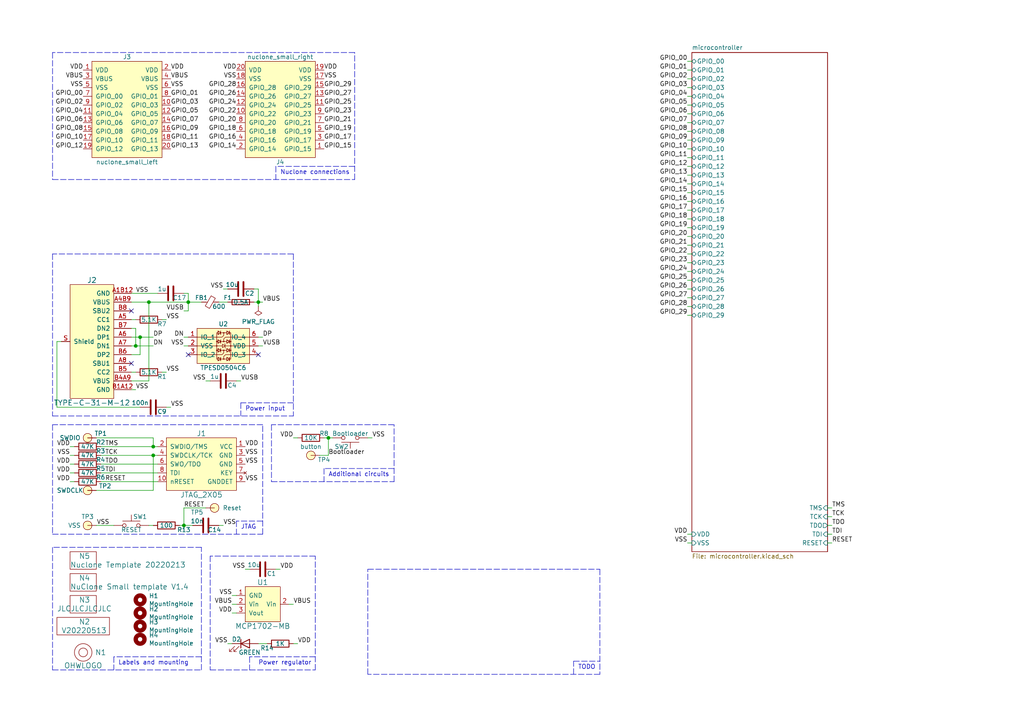
<source format=kicad_sch>
(kicad_sch (version 20211123) (generator eeschema)
  (paper "A4")
  (lib_symbols
    (symbol "Device:C" (pin_numbers hide) (pin_names (offset 0.254))
      (property "Reference" "C" (at 0.635 2.54 0))
      (property "Value" "C" (at 0.635 -2.54 0))
      (symbol "C_0_1"
        (polyline (pts (xy -2.032 -0.762) (xy 2.032 -0.762)) (stroke (width 0.508)))
        (polyline (pts (xy -2.032 0.762) (xy 2.032 0.762)) (stroke (width 0.508)))
      )
      (symbol "C_1_1"
        (pin passive line (at 0 3.81 270) (length 2.794) (name "~") (number "1"))
        (pin passive line (at 0 -3.81 90) (length 2.794) (name "~") (number "2"))
      )
    )
    (symbol "Device:FerriteBead_Small" (pin_numbers hide) (pin_names (offset 0))
      (property "Reference" "FB" (at 1.905 1.27 0))
      (property "Value" "FerriteBead_Small" (at 1.905 -1.27 0))
      (symbol "FerriteBead_Small_0_1"
        (polyline (pts (xy 0 -1.27) (xy 0 -0.7874)))
        (polyline (pts (xy 0 0.889) (xy 0 1.2954)))
        (polyline (pts (xy -1.8288 0.2794) (xy -1.1176 1.4986) (xy 1.8288 -0.2032) (xy 1.1176 -1.4224) (xy -1.8288 0.2794)))
      )
      (symbol "FerriteBead_Small_1_1"
        (pin passive line (at 0 2.54 270) (length 1.27) (name "~") (number "1"))
        (pin passive line (at 0 -2.54 90) (length 1.27) (name "~") (number "2"))
      )
    )
    (symbol "Device:Fuse" (pin_numbers hide) (pin_names (offset 0))
      (property "Reference" "F" (at 2.032 0 90))
      (property "Value" "Fuse" (at -1.905 0 90))
      (symbol "Fuse_0_1"
        (rectangle (start -0.762 -2.54) (end 0.762 2.54) (stroke (width 0.254)))
        (polyline (pts (xy 0 2.54) (xy 0 -2.54)))
      )
      (symbol "Fuse_1_1"
        (pin passive line (at 0 3.81 270) (length 1.27) (name "~") (number "1"))
        (pin passive line (at 0 -3.81 90) (length 1.27) (name "~") (number "2"))
      )
    )
    (symbol "Device:LED" (pin_numbers hide) (pin_names (offset 1.016) hide)
      (property "Reference" "D" (at 0 2.54 0))
      (property "Value" "LED" (at 0 -2.54 0))
      (symbol "LED_0_1"
        (polyline (pts (xy -1.27 -1.27) (xy -1.27 1.27)) (stroke (width 0.254)))
        (polyline (pts (xy -1.27 0) (xy 1.27 0)))
        (polyline (pts (xy 1.27 -1.27) (xy 1.27 1.27) (xy -1.27 0) (xy 1.27 -1.27)) (stroke (width 0.254)))
        (polyline (pts (xy -3.048 -0.762) (xy -4.572 -2.286) (xy -3.81 -2.286) (xy -4.572 -2.286) (xy -4.572 -1.524)))
        (polyline (pts (xy -1.778 -0.762) (xy -3.302 -2.286) (xy -2.54 -2.286) (xy -3.302 -2.286) (xy -3.302 -1.524)))
      )
      (symbol "LED_1_1"
        (pin passive line (at -3.81 0 0) (length 2.54) (name "K") (number "1"))
        (pin passive line (at 3.81 0 180) (length 2.54) (name "A") (number "2"))
      )
    )
    (symbol "Device:R" (pin_numbers hide) (pin_names (offset 0))
      (property "Reference" "R" (at 2.032 0 90))
      (property "Value" "R" (at 0 0 90))
      (symbol "R_0_1"
        (rectangle (start -1.016 -2.54) (end 1.016 2.54) (stroke (width 0.254)))
      )
      (symbol "R_1_1"
        (pin passive line (at 0 3.81 270) (length 1.27) (name "~") (number "1"))
        (pin passive line (at 0 -3.81 90) (length 1.27) (name "~") (number "2"))
      )
    )
    (symbol "Mechanical:MountingHole" (pin_names (offset 1.016))
      (property "Reference" "H" (at 0 5.08 0))
      (property "Value" "MountingHole" (at 0 3.175 0))
      (symbol "MountingHole_0_1"
        (circle (center 0 0) (radius 1.27) (stroke (width 1.27)))
      )
    )
    (symbol "SquantorConnectorsNamed:JTAG_2X05_IN" (pin_names (offset 1.016))
      (property "Reference" "J" (at 0 8.89 0))
      (property "Value" "JTAG_2X05_IN" (at 0 -8.89 0))
      (symbol "JTAG_2X05_IN_0_1"
        (rectangle (start -10.16 7.62) (end 10.16 -7.62) (fill (type background)))
      )
      (symbol "JTAG_2X05_IN_1_1"
        (pin power_in line (at 12.7 5.08 180) (length 2.54) (name "VCC") (number "1"))
        (pin open_collector line (at -12.7 -5.08 0) (length 2.54) (name "nRESET") (number "10"))
        (pin bidirectional line (at -12.7 5.08 0) (length 2.54) (name "SWDIO/TMS") (number "2"))
        (pin power_in line (at 12.7 2.54 180) (length 2.54) (name "GND") (number "3"))
        (pin output line (at -12.7 2.54 0) (length 2.54) (name "SWDCLK/TCK") (number "4"))
        (pin power_in line (at 12.7 0 180) (length 2.54) (name "GND") (number "5"))
        (pin output line (at -12.7 0 0) (length 2.54) (name "SWO/TDO") (number "6"))
        (pin no_connect line (at 12.7 -2.54 180) (length 2.54) (name "KEY") (number "7"))
        (pin input line (at -12.7 -2.54 0) (length 2.54) (name "TDI") (number "8"))
        (pin power_in line (at 12.7 -5.08 180) (length 2.54) (name "GNDDET") (number "9"))
      )
    )
    (symbol "SquantorConnectorsNamed:nuclone_small_left" (pin_names (offset 1.016))
      (property "Reference" "J" (at 0 15.24 0))
      (property "Value" "nuclone_small_left" (at 0 -15.24 0))
      (symbol "nuclone_small_left_0_1"
        (rectangle (start -10.16 13.97) (end 10.16 -13.97) (fill (type background)))
      )
      (symbol "nuclone_small_left_1_1"
        (pin power_in line (at -12.7 11.43 0) (length 2.54) (name "VDD") (number "1"))
        (pin bidirectional line (at 12.7 1.27 180) (length 2.54) (name "GPIO_03") (number "10"))
        (pin bidirectional line (at -12.7 -1.27 0) (length 2.54) (name "GPIO_04") (number "11"))
        (pin bidirectional line (at 12.7 -1.27 180) (length 2.54) (name "GPIO_05") (number "12"))
        (pin bidirectional line (at -12.7 -3.81 0) (length 2.54) (name "GPIO_06") (number "13"))
        (pin bidirectional line (at 12.7 -3.81 180) (length 2.54) (name "GPIO_07") (number "14"))
        (pin bidirectional line (at -12.7 -6.35 0) (length 2.54) (name "GPIO_08") (number "15"))
        (pin bidirectional line (at 12.7 -6.35 180) (length 2.54) (name "GPIO_09") (number "16"))
        (pin bidirectional line (at -12.7 -8.89 0) (length 2.54) (name "GPIO_10") (number "17"))
        (pin bidirectional line (at 12.7 -8.89 180) (length 2.54) (name "GPIO_11") (number "18"))
        (pin bidirectional line (at -12.7 -11.43 0) (length 2.54) (name "GPIO_12") (number "19"))
        (pin power_in line (at 12.7 11.43 180) (length 2.54) (name "VDD") (number "2"))
        (pin bidirectional line (at 12.7 -11.43 180) (length 2.54) (name "GPIO_13") (number "20"))
        (pin power_in line (at -12.7 8.89 0) (length 2.54) (name "VBUS") (number "3"))
        (pin power_in line (at 12.7 8.89 180) (length 2.54) (name "VBUS") (number "4"))
        (pin power_in line (at -12.7 6.35 0) (length 2.54) (name "VSS") (number "5"))
        (pin power_in line (at 12.7 6.35 180) (length 2.54) (name "VSS") (number "6"))
        (pin bidirectional line (at -12.7 3.81 0) (length 2.54) (name "GPIO_00") (number "7"))
        (pin bidirectional line (at 12.7 3.81 180) (length 2.54) (name "GPIO_01") (number "8"))
        (pin bidirectional line (at -12.7 1.27 0) (length 2.54) (name "GPIO_02") (number "9"))
      )
    )
    (symbol "SquantorConnectorsNamed:nuclone_small_right" (pin_names (offset 1.016))
      (property "Reference" "J" (at 0 -15.24 0))
      (property "Value" "nuclone_small_right" (at 0 15.24 0))
      (symbol "nuclone_small_right_0_1"
        (rectangle (start 10.16 -13.97) (end -10.16 13.97) (fill (type background)))
      )
      (symbol "nuclone_small_right_1_1"
        (pin bidirectional line (at 12.7 -11.43 180) (length 2.54) (name "GPIO_15") (number "1"))
        (pin bidirectional line (at -12.7 -1.27 0) (length 2.54) (name "GPIO_22") (number "10"))
        (pin bidirectional line (at 12.7 1.27 180) (length 2.54) (name "GPIO_25") (number "11"))
        (pin bidirectional line (at -12.7 1.27 0) (length 2.54) (name "GPIO_24") (number "12"))
        (pin bidirectional line (at 12.7 3.81 180) (length 2.54) (name "GPIO_27") (number "13"))
        (pin bidirectional line (at -12.7 3.81 0) (length 2.54) (name "GPIO_26") (number "14"))
        (pin bidirectional line (at 12.7 6.35 180) (length 2.54) (name "GPIO_29") (number "15"))
        (pin bidirectional line (at -12.7 6.35 0) (length 2.54) (name "GPIO_28") (number "16"))
        (pin power_in line (at 12.7 8.89 180) (length 2.54) (name "VSS") (number "17"))
        (pin power_in line (at -12.7 8.89 0) (length 2.54) (name "VSS") (number "18"))
        (pin power_in line (at 12.7 11.43 180) (length 2.54) (name "VDD") (number "19"))
        (pin bidirectional line (at -12.7 -11.43 0) (length 2.54) (name "GPIO_14") (number "2"))
        (pin power_in line (at -12.7 11.43 0) (length 2.54) (name "VDD") (number "20"))
        (pin bidirectional line (at 12.7 -8.89 180) (length 2.54) (name "GPIO_17") (number "3"))
        (pin bidirectional line (at -12.7 -8.89 0) (length 2.54) (name "GPIO_16") (number "4"))
        (pin bidirectional line (at 12.7 -6.35 180) (length 2.54) (name "GPIO_19") (number "5"))
        (pin bidirectional line (at -12.7 -6.35 0) (length 2.54) (name "GPIO_18") (number "6"))
        (pin bidirectional line (at 12.7 -3.81 180) (length 2.54) (name "GPIO_21") (number "7"))
        (pin bidirectional line (at -12.7 -3.81 0) (length 2.54) (name "GPIO_20") (number "8"))
        (pin bidirectional line (at 12.7 -1.27 180) (length 2.54) (name "GPIO_23") (number "9"))
      )
    )
    (symbol "SquantorDevice:TVS_4_Array" (pin_names (offset 1.016))
      (property "Reference" "U" (at 0 7.62 0))
      (property "Value" "TVS_4_Array" (at 0 -5.08 0))
      (symbol "TVS_4_Array_0_1"
        (rectangle (start -7.62 6.35) (end 7.62 -3.81) (fill (type background)))
        (circle (center -1.905 0) (radius 0.127))
        (circle (center -1.905 1.27) (radius 0.127))
        (circle (center -1.905 2.54) (radius 0.127))
        (polyline (pts (xy -7.62 1.27) (xy -0.254 1.27)))
        (polyline (pts (xy -1.905 5.08) (xy -1.905 -2.54)))
        (polyline (pts (xy -1.524 -2.54) (xy -1.905 -2.54)))
        (polyline (pts (xy -1.524 0) (xy -1.905 0)))
        (polyline (pts (xy -1.524 2.54) (xy -1.905 2.54)))
        (polyline (pts (xy -1.524 5.08) (xy -1.905 5.08)))
        (polyline (pts (xy -0.762 -2.54) (xy 1.016 -2.54)))
        (polyline (pts (xy -0.762 -2.032) (xy -0.762 -3.048)))
        (polyline (pts (xy -0.762 -2.032) (xy -0.762 -3.048)))
        (polyline (pts (xy -0.762 0) (xy 1.016 0)))
        (polyline (pts (xy -0.762 0.508) (xy -0.762 -0.508)))
        (polyline (pts (xy -0.762 0.508) (xy -0.762 -0.508)))
        (polyline (pts (xy -0.762 2.54) (xy 1.016 2.54)))
        (polyline (pts (xy -0.762 3.048) (xy -0.762 2.032)))
        (polyline (pts (xy -0.762 3.048) (xy -0.762 2.032)))
        (polyline (pts (xy -0.762 5.08) (xy 1.016 5.08)))
        (polyline (pts (xy -0.762 5.588) (xy -0.762 4.572)))
        (polyline (pts (xy -0.762 5.588) (xy -0.762 4.572)))
        (polyline (pts (xy 0.508 1.27) (xy 7.62 1.27)))
        (polyline (pts (xy 1.778 -2.54) (xy 2.159 -2.54)))
        (polyline (pts (xy 1.778 -2.032) (xy 1.778 -3.048)))
        (polyline (pts (xy 1.778 -2.032) (xy 1.778 -3.048)))
        (polyline (pts (xy 1.778 0) (xy 2.159 0)))
        (polyline (pts (xy 1.778 0.508) (xy 1.778 -0.508)))
        (polyline (pts (xy 1.778 0.508) (xy 1.778 -0.508)))
        (polyline (pts (xy 1.778 2.54) (xy 2.159 2.54)))
        (polyline (pts (xy 1.778 3.048) (xy 1.778 2.032)))
        (polyline (pts (xy 1.778 3.048) (xy 1.778 2.032)))
        (polyline (pts (xy 1.778 5.08) (xy 2.159 5.08)))
        (polyline (pts (xy 1.778 5.588) (xy 1.778 4.572)))
        (polyline (pts (xy 1.778 5.588) (xy 1.778 4.572)))
        (polyline (pts (xy 2.159 5.08) (xy 2.159 -2.54)))
        (polyline (pts (xy 0.508 1.27) (xy 0.508 0.762) (xy 0.635 0.635)))
        (polyline (pts (xy 0.508 1.27) (xy 0.508 1.778) (xy 0.381 1.905)))
        (polyline (pts (xy -7.62 -1.27) (xy -0.381 -1.27) (xy 0.127 -0.762) (xy 0.127 0)))
        (polyline (pts (xy -7.62 3.81) (xy -0.381 3.81) (xy 0.127 4.318) (xy 0.127 5.08)))
        (polyline (pts (xy 0.508 1.27) (xy -0.254 1.778) (xy -0.254 0.762) (xy 0.508 1.27)))
        (polyline (pts (xy 7.62 -1.27) (xy 0.635 -1.27) (xy 0.127 -1.778) (xy 0.127 -2.413)))
        (polyline (pts (xy 7.62 3.81) (xy 0.635 3.81) (xy 0.127 3.302) (xy 0.127 2.667)))
        (circle (center 0.127 -2.54) (radius 0.127))
        (circle (center 0.127 0) (radius 0.127))
        (circle (center 0.127 2.54) (radius 0.127))
        (circle (center 0.127 5.08) (radius 0.127))
        (circle (center 2.159 0) (radius 0.127))
        (circle (center 2.159 1.27) (radius 0.127))
        (circle (center 2.159 2.54) (radius 0.127))
      )
      (symbol "TVS_4_Array_1_1"
        (polyline (pts (xy -0.762 -2.54) (xy -1.524 -2.032) (xy -1.524 -3.048) (xy -0.762 -2.54)))
        (polyline (pts (xy -0.762 -2.54) (xy -1.524 -2.032) (xy -1.524 -3.048) (xy -0.762 -2.54)))
        (polyline (pts (xy -0.762 0) (xy -1.524 0.508) (xy -1.524 -0.508) (xy -0.762 0)))
        (polyline (pts (xy -0.762 0) (xy -1.524 0.508) (xy -1.524 -0.508) (xy -0.762 0)))
        (polyline (pts (xy -0.762 2.54) (xy -1.524 3.048) (xy -1.524 2.032) (xy -0.762 2.54)))
        (polyline (pts (xy -0.762 2.54) (xy -1.524 3.048) (xy -1.524 2.032) (xy -0.762 2.54)))
        (polyline (pts (xy -0.762 5.08) (xy -1.524 5.588) (xy -1.524 4.572) (xy -0.762 5.08)))
        (polyline (pts (xy -0.762 5.08) (xy -1.524 5.588) (xy -1.524 4.572) (xy -0.762 5.08)))
        (polyline (pts (xy 1.778 -2.54) (xy 1.016 -2.032) (xy 1.016 -3.048) (xy 1.778 -2.54)))
        (polyline (pts (xy 1.778 -2.54) (xy 1.016 -2.032) (xy 1.016 -3.048) (xy 1.778 -2.54)))
        (polyline (pts (xy 1.778 0) (xy 1.016 0.508) (xy 1.016 -0.508) (xy 1.778 0)))
        (polyline (pts (xy 1.778 0) (xy 1.016 0.508) (xy 1.016 -0.508) (xy 1.778 0)))
        (polyline (pts (xy 1.778 2.54) (xy 1.016 3.048) (xy 1.016 2.032) (xy 1.778 2.54)))
        (polyline (pts (xy 1.778 2.54) (xy 1.016 3.048) (xy 1.016 2.032) (xy 1.778 2.54)))
        (polyline (pts (xy 1.778 5.08) (xy 1.016 5.588) (xy 1.016 4.572) (xy 1.778 5.08)))
        (polyline (pts (xy 1.778 5.08) (xy 1.016 5.588) (xy 1.016 4.572) (xy 1.778 5.08)))
        (pin passive line (at -10.16 3.81 0) (length 2.54) (name "IO_1") (number "1"))
        (pin power_in line (at -10.16 1.27 0) (length 2.54) (name "VSS") (number "2"))
        (pin passive line (at -10.16 -1.27 0) (length 2.54) (name "IO_2") (number "3"))
        (pin passive line (at 10.16 -1.27 180) (length 2.54) (name "IO_3") (number "4"))
        (pin power_in line (at 10.16 1.27 180) (length 2.54) (name "VDD") (number "5"))
        (pin passive line (at 10.16 3.81 180) (length 2.54) (name "IO_4") (number "6"))
      )
    )
    (symbol "SquantorLabels:Label" (pin_names (offset 1.016))
      (property "Reference" "N" (at 0 1.27 0))
      (property "Value" "Label" (at 0 -1.27 0))
      (symbol "Label_0_1"
        (rectangle (start -3.81 2.54) (end 3.81 -2.54))
      )
    )
    (symbol "SquantorLabels:OHWLOGO" (pin_names (offset 1.016))
      (property "Reference" "N" (at 0 3.81 0))
      (property "Value" "OHWLOGO" (at 0 -3.81 0))
      (symbol "OHWLOGO_0_1"
        (circle (center 0 0) (radius 1.27))
        (circle (center 0 0) (radius 2.54))
      )
    )
    (symbol "SquantorLabels:VYYYYMMDD" (pin_names (offset 1.016))
      (property "Reference" "N" (at 0 2.54 0))
      (property "Value" "VYYYYMMDD" (at 0 0 0))
      (symbol "VYYYYMMDD_0_1"
        (rectangle (start 7.62 -1.27) (end -7.62 3.81))
      )
    )
    (symbol "SquantorMicrochip:MCP1702-MB" (pin_names (offset 1.016))
      (property "Reference" "U" (at 0 6.35 0))
      (property "Value" "MCP1702-MB" (at 0 -6.35 0))
      (symbol "MCP1702-MB_0_1"
        (rectangle (start -5.08 5.08) (end 5.08 -5.08) (fill (type background)))
      )
      (symbol "MCP1702-MB_1_1"
        (pin power_in line (at -7.62 2.54 0) (length 2.54) (name "GND") (number "1"))
        (pin power_in line (at -7.62 0 0) (length 2.54) (name "Vin") (number "2"))
        (pin power_in line (at 7.62 0 180) (length 2.54) (name "Vin") (number "2"))
        (pin power_out line (at -7.62 -2.54 0) (length 2.54) (name "Vout") (number "3"))
      )
    )
    (symbol "SquantorProto:testpad" (pin_numbers hide) (pin_names (offset 1.016) hide)
      (property "Reference" "TP" (at 0 2.54 0))
      (property "Value" "testpad" (at 0 -2.54 0))
      (symbol "testpad_0_1"
        (circle (center 0 0) (radius 1.27) (fill (type background)))
      )
      (symbol "testpad_1_1"
        (pin passive line (at -2.54 0 0) (length 2.54) (name "1") (number "1"))
      )
    )
    (symbol "SquantorUsb:USB-C_PD_USB" (pin_names (offset 1.016))
      (property "Reference" "J" (at 0 17.78 0))
      (property "Value" "USB-C_PD_USB" (at 0 -17.78 0))
      (symbol "USB-C_PD_USB_0_1"
        (rectangle (start 6.35 16.51) (end -6.35 -16.51) (fill (type background)))
      )
      (symbol "USB-C_PD_USB_1_1"
        (pin power_out line (at 11.43 13.97 180) (length 5.08) (name "GND") (number "A1B12"))
        (pin power_out line (at 11.43 11.43 180) (length 5.08) (name "VBUS") (number "A4B9"))
        (pin bidirectional line (at 11.43 6.35 180) (length 5.08) (name "CC1") (number "A5"))
        (pin bidirectional line (at 11.43 1.27 180) (length 5.08) (name "DP1") (number "A6"))
        (pin bidirectional line (at 11.43 -1.27 180) (length 5.08) (name "DN1") (number "A7"))
        (pin bidirectional line (at 11.43 -6.35 180) (length 5.08) (name "SBU1") (number "A8"))
        (pin passive line (at 11.43 -13.97 180) (length 5.08) (name "GND") (number "B1A12"))
        (pin passive line (at 11.43 -11.43 180) (length 5.08) (name "VBUS") (number "B4A9"))
        (pin bidirectional line (at 11.43 -8.89 180) (length 5.08) (name "CC2") (number "B5"))
        (pin bidirectional line (at 11.43 -3.81 180) (length 5.08) (name "DP2") (number "B6"))
        (pin bidirectional line (at 11.43 3.81 180) (length 5.08) (name "DN2") (number "B7"))
        (pin bidirectional line (at 11.43 8.89 180) (length 5.08) (name "SBU2") (number "B8"))
        (pin passive line (at -8.89 0 0) (length 2.54) (name "Shield") (number "S"))
      )
    )
    (symbol "Switch:SW_Push" (pin_numbers hide) (pin_names (offset 1.016) hide)
      (property "Reference" "SW" (at 1.27 2.54 0))
      (property "Value" "SW_Push" (at 0 -1.524 0))
      (symbol "SW_Push_0_1"
        (circle (center -2.032 0) (radius 0.508))
        (polyline (pts (xy 0 1.27) (xy 0 3.048)))
        (polyline (pts (xy 2.54 1.27) (xy -2.54 1.27)))
        (circle (center 2.032 0) (radius 0.508))
        (pin passive line (at -5.08 0 0) (length 2.54) (name "1") (number "1"))
        (pin passive line (at 5.08 0 180) (length 2.54) (name "2") (number "2"))
      )
    )
    (symbol "power:PWR_FLAG" (power) (pin_numbers hide) (pin_names (offset 0) hide)
      (property "Value" "PWR_FLAG" (at 0 3.81 0))
      (symbol "PWR_FLAG_0_0"
        (pin power_out line (at 0 0 90) (length 0) (name "pwr") (number "1"))
      )
      (symbol "PWR_FLAG_0_1"
        (polyline (pts (xy 0 0) (xy 0 1.27) (xy -1.016 1.905) (xy 0 2.54) (xy 1.016 1.905) (xy 0 1.27)))
      )
    )
  )
  (junction (at 95.25 127))
  (junction (at 44.45 132.08))
  (junction (at 39.37 100.33))
  (junction (at 54.61 87.63))
  (junction (at 44.45 129.54))
  (junction (at 43.18 87.63))
  (junction (at 74.93 87.63))
  (junction (at 53.34 152.4))
  (junction (at 40.64 97.79))
  (no_connect (at 38.1 105.41))
  (no_connect (at 38.1 90.17))
  (no_connect (at 74.93 102.87))
  (no_connect (at 54.61 102.87))
  (polyline (pts (xy 76.2 123.19) (xy 15.24 123.19)))
  (wire (pts (xy 200.66 35.56) (xy 199.39 35.56)))
  (polyline (pts (xy 76.2 154.94) (xy 76.2 123.19)))
  (wire (pts (xy 199.39 78.74) (xy 200.66 78.74)))
  (polyline (pts (xy 114.3 139.7) (xy 114.3 123.19)))
  (wire (pts (xy 54.61 87.63) (xy 58.42 87.63)))
  (wire (pts (xy 20.32 134.62) (xy 21.59 134.62)))
  (wire (pts (xy 16.51 118.11) (xy 40.64 118.11)))
  (polyline (pts (xy 91.44 190.5) (xy 72.39 190.5)))
  (wire (pts (xy 53.34 90.17) (xy 54.61 90.17)))
  (wire (pts (xy 38.1 87.63) (xy 43.18 87.63)))
  (wire (pts (xy 40.64 97.79) (xy 40.64 102.87)))
  (wire (pts (xy 77.47 186.69) (xy 74.93 186.69)))
  (polyline (pts (xy 15.24 120.65) (xy 85.09 120.65)))
  (wire (pts (xy 17.78 99.06) (xy 16.51 99.06)))
  (wire (pts (xy 64.77 83.82) (xy 66.04 83.82)))
  (wire (pts (xy 29.21 139.7) (xy 45.72 139.7)))
  (wire (pts (xy 29.21 132.08) (xy 44.45 132.08)))
  (wire (pts (xy 16.51 99.06) (xy 16.51 118.11)))
  (wire (pts (xy 39.37 95.25) (xy 39.37 100.33)))
  (wire (pts (xy 52.07 152.4) (xy 53.34 152.4)))
  (wire (pts (xy 74.93 83.82) (xy 74.93 87.63)))
  (wire (pts (xy 200.66 91.44) (xy 199.39 91.44)))
  (wire (pts (xy 46.99 107.95) (xy 48.26 107.95)))
  (polyline (pts (xy 85.09 116.84) (xy 69.85 116.84)))
  (wire (pts (xy 199.39 38.1) (xy 200.66 38.1)))
  (wire (pts (xy 29.21 134.62) (xy 45.72 134.62)))
  (polyline (pts (xy 78.74 139.7) (xy 114.3 139.7)))
  (wire (pts (xy 200.66 71.12) (xy 199.39 71.12)))
  (wire (pts (xy 200.66 45.72) (xy 199.39 45.72)))
  (wire (pts (xy 64.77 152.4) (xy 63.5 152.4)))
  (polyline (pts (xy 72.39 190.5) (xy 72.39 194.31)))
  (polyline (pts (xy 15.24 194.31) (xy 58.42 194.31)))
  (wire (pts (xy 29.21 129.54) (xy 44.45 129.54)))
  (wire (pts (xy 200.66 50.8) (xy 199.39 50.8)))
  (polyline (pts (xy 58.42 194.31) (xy 58.42 158.75)))
  (polyline (pts (xy 15.24 73.66) (xy 15.24 120.65)))
  (wire (pts (xy 48.26 92.71) (xy 46.99 92.71)))
  (wire (pts (xy 200.66 157.48) (xy 199.39 157.48)))
  (wire (pts (xy 67.31 177.8) (xy 68.58 177.8)))
  (polyline (pts (xy 106.68 195.58) (xy 106.68 165.1)))
  (polyline (pts (xy 173.99 165.1) (xy 173.99 195.58)))
  (wire (pts (xy 200.66 60.96) (xy 199.39 60.96)))
  (wire (pts (xy 27.94 152.4) (xy 33.02 152.4)))
  (wire (pts (xy 44.45 127) (xy 44.45 129.54)))
  (wire (pts (xy 200.66 86.36) (xy 199.39 86.36)))
  (polyline (pts (xy 58.42 158.75) (xy 15.24 158.75)))
  (polyline (pts (xy 91.44 161.29) (xy 60.96 161.29)))
  (wire (pts (xy 44.45 142.24) (xy 44.45 132.08)))
  (wire (pts (xy 53.34 147.32) (xy 53.34 152.4)))
  (wire (pts (xy 74.93 87.63) (xy 73.66 87.63)))
  (wire (pts (xy 241.3 154.94) (xy 240.03 154.94)))
  (wire (pts (xy 74.93 88.9) (xy 74.93 87.63)))
  (wire (pts (xy 199.39 27.94) (xy 200.66 27.94)))
  (wire (pts (xy 73.66 83.82) (xy 74.93 83.82)))
  (wire (pts (xy 200.66 81.28) (xy 199.39 81.28)))
  (wire (pts (xy 241.3 149.86) (xy 240.03 149.86)))
  (wire (pts (xy 38.1 85.09) (xy 45.72 85.09)))
  (wire (pts (xy 199.39 53.34) (xy 200.66 53.34)))
  (wire (pts (xy 54.61 85.09) (xy 54.61 87.63)))
  (wire (pts (xy 63.5 87.63) (xy 66.04 87.63)))
  (wire (pts (xy 38.1 97.79) (xy 40.64 97.79)))
  (wire (pts (xy 67.31 172.72) (xy 68.58 172.72)))
  (polyline (pts (xy 114.3 135.89) (xy 93.98 135.89)))
  (wire (pts (xy 74.93 100.33) (xy 76.2 100.33)))
  (wire (pts (xy 199.39 83.82) (xy 200.66 83.82)))
  (wire (pts (xy 43.18 87.63) (xy 54.61 87.63)))
  (polyline (pts (xy 15.24 154.94) (xy 76.2 154.94)))
  (wire (pts (xy 20.32 139.7) (xy 21.59 139.7)))
  (wire (pts (xy 199.39 88.9) (xy 200.66 88.9)))
  (wire (pts (xy 199.39 154.94) (xy 200.66 154.94)))
  (polyline (pts (xy 80.01 48.26) (xy 80.01 52.07)))
  (wire (pts (xy 93.98 127) (xy 95.25 127)))
  (polyline (pts (xy 166.37 195.58) (xy 166.37 191.77)))
  (wire (pts (xy 43.18 152.4) (xy 44.45 152.4)))
  (wire (pts (xy 200.66 76.2) (xy 199.39 76.2)))
  (wire (pts (xy 20.32 129.54) (xy 21.59 129.54)))
  (wire (pts (xy 55.88 152.4) (xy 53.34 152.4)))
  (wire (pts (xy 199.39 58.42) (xy 200.66 58.42)))
  (wire (pts (xy 200.66 20.32) (xy 199.39 20.32)))
  (wire (pts (xy 240.03 147.32) (xy 241.3 147.32)))
  (wire (pts (xy 44.45 129.54) (xy 45.72 129.54)))
  (wire (pts (xy 69.85 110.49) (xy 68.58 110.49)))
  (wire (pts (xy 199.39 43.18) (xy 200.66 43.18)))
  (wire (pts (xy 200.66 66.04) (xy 199.39 66.04)))
  (wire (pts (xy 95.25 132.08) (xy 95.25 127)))
  (wire (pts (xy 199.39 48.26) (xy 200.66 48.26)))
  (polyline (pts (xy 85.09 73.66) (xy 85.09 120.65)))
  (wire (pts (xy 200.66 40.64) (xy 199.39 40.64)))
  (wire (pts (xy 199.39 63.5) (xy 200.66 63.5)))
  (wire (pts (xy 200.66 25.4) (xy 199.39 25.4)))
  (wire (pts (xy 44.45 100.33) (xy 39.37 100.33)))
  (polyline (pts (xy 173.99 195.58) (xy 106.68 195.58)))
  (polyline (pts (xy 76.2 151.13) (xy 68.58 151.13)))
  (polyline (pts (xy 60.96 161.29) (xy 60.96 194.31)))
  (polyline (pts (xy 15.24 52.07) (xy 102.87 52.07)))
  (wire (pts (xy 199.39 22.86) (xy 200.66 22.86)))
  (wire (pts (xy 53.34 100.33) (xy 54.61 100.33)))
  (polyline (pts (xy 78.74 123.19) (xy 78.74 139.7)))
  (wire (pts (xy 43.18 110.49) (xy 43.18 87.63)))
  (wire (pts (xy 80.01 165.1) (xy 81.28 165.1)))
  (wire (pts (xy 39.37 100.33) (xy 38.1 100.33)))
  (polyline (pts (xy 15.24 15.24) (xy 15.24 52.07)))
  (polyline (pts (xy 166.37 191.77) (xy 173.99 191.77)))
  (wire (pts (xy 199.39 33.02) (xy 200.66 33.02)))
  (wire (pts (xy 199.39 17.78) (xy 200.66 17.78)))
  (wire (pts (xy 38.1 110.49) (xy 43.18 110.49)))
  (wire (pts (xy 199.39 73.66) (xy 200.66 73.66)))
  (polyline (pts (xy 58.42 190.5) (xy 33.02 190.5)))
  (wire (pts (xy 38.1 92.71) (xy 39.37 92.71)))
  (wire (pts (xy 240.03 152.4) (xy 241.3 152.4)))
  (polyline (pts (xy 114.3 123.19) (xy 78.74 123.19)))
  (wire (pts (xy 67.31 186.69) (xy 66.04 186.69)))
  (polyline (pts (xy 69.85 116.84) (xy 69.85 120.65)))
  (wire (pts (xy 27.94 127) (xy 44.45 127)))
  (wire (pts (xy 27.94 142.24) (xy 44.45 142.24)))
  (wire (pts (xy 40.64 102.87) (xy 38.1 102.87)))
  (polyline (pts (xy 15.24 123.19) (xy 15.24 154.94)))
  (polyline (pts (xy 85.09 73.66) (xy 15.24 73.66)))
  (wire (pts (xy 68.58 175.26) (xy 67.31 175.26)))
  (wire (pts (xy 60.96 110.49) (xy 59.69 110.49)))
  (wire (pts (xy 200.66 30.48) (xy 199.39 30.48)))
  (polyline (pts (xy 33.02 190.5) (xy 33.02 194.31)))
  (polyline (pts (xy 93.98 135.89) (xy 93.98 139.7)))
  (polyline (pts (xy 102.87 48.26) (xy 80.01 48.26)))
  (wire (pts (xy 21.59 132.08) (xy 20.32 132.08)))
  (wire (pts (xy 85.09 127) (xy 86.36 127)))
  (polyline (pts (xy 102.87 52.07) (xy 102.87 15.24)))
  (wire (pts (xy 92.71 132.08) (xy 95.25 132.08)))
  (wire (pts (xy 200.66 55.88) (xy 199.39 55.88)))
  (wire (pts (xy 85.09 175.26) (xy 83.82 175.26)))
  (wire (pts (xy 53.34 85.09) (xy 54.61 85.09)))
  (wire (pts (xy 29.21 137.16) (xy 45.72 137.16)))
  (wire (pts (xy 71.12 165.1) (xy 72.39 165.1)))
  (polyline (pts (xy 60.96 194.31) (xy 91.44 194.31)))
  (wire (pts (xy 76.2 87.63) (xy 74.93 87.63)))
  (wire (pts (xy 39.37 107.95) (xy 38.1 107.95)))
  (wire (pts (xy 76.2 97.79) (xy 74.93 97.79)))
  (wire (pts (xy 59.69 147.32) (xy 53.34 147.32)))
  (wire (pts (xy 54.61 90.17) (xy 54.61 87.63)))
  (polyline (pts (xy 15.24 158.75) (xy 15.24 194.31)))
  (wire (pts (xy 199.39 68.58) (xy 200.66 68.58)))
  (wire (pts (xy 44.45 132.08) (xy 45.72 132.08)))
  (wire (pts (xy 107.95 127) (xy 106.68 127)))
  (wire (pts (xy 49.53 118.11) (xy 48.26 118.11)))
  (polyline (pts (xy 68.58 151.13) (xy 68.58 154.94)))
  (wire (pts (xy 95.25 127) (xy 96.52 127)))
  (wire (pts (xy 86.36 186.69) (xy 85.09 186.69)))
  (wire (pts (xy 39.37 113.03) (xy 38.1 113.03)))
  (polyline (pts (xy 91.44 194.31) (xy 91.44 161.29)))
  (wire (pts (xy 21.59 137.16) (xy 20.32 137.16)))
  (wire (pts (xy 44.45 97.79) (xy 40.64 97.79)))
  (wire (pts (xy 38.1 95.25) (xy 39.37 95.25)))
  (wire (pts (xy 240.03 157.48) (xy 241.3 157.48)))
  (polyline (pts (xy 106.68 165.1) (xy 173.99 165.1)))
  (polyline (pts (xy 102.87 15.24) (xy 15.24 15.24)))
  (wire (pts (xy 54.61 97.79) (xy 53.34 97.79)))
  (text "JTAG" (at 69.85 153.67 0) (effects (font (size 1.27 1.27)) (justify left bottom)))
  (text "Power regulator" (at 74.93 193.04 0) (effects (font (size 1.27 1.27)) (justify left bottom)))
  (text "TODO" (at 167.64 194.31 0) (effects (font (size 1.27 1.27)) (justify left bottom)))
  (text "Additional circuits" (at 95.25 138.43 0) (effects (font (size 1.27 1.27)) (justify left bottom)))
  (text "Nuclone connections" (at 81.28 50.8 0) (effects (font (size 1.27 1.27)) (justify left bottom)))
  (text "Labels and mounting" (at 34.29 193.04 0) (effects (font (size 1.27 1.27)) (justify left bottom)))
  (text "Power input" (at 71.12 119.38 0) (effects (font (size 1.27 1.27)) (justify left bottom)))
  (label "GPIO_15" (at 199.39 55.88 180))
  (label "VDD" (at 24.13 20.32 180))
  (label "VDD" (at 68.58 20.32 180))
  (label "GPIO_26" (at 199.39 83.82 180))
  (label "VUSB" (at 53.34 90.17 180))
  (label "VBUS" (at 85.09 175.26 0))
  (label "TDI" (at 30.48 137.16 0))
  (label "VUSB" (at 76.2 100.33 0))
  (label "GPIO_08" (at 24.13 38.1 180))
  (label "GPIO_21" (at 199.39 71.12 180))
  (label "TMS" (at 30.48 129.54 0))
  (label "GPIO_19" (at 93.98 38.1 0))
  (label "GPIO_11" (at 49.53 40.64 0))
  (label "RESET" (at 53.34 147.32 0))
  (label "GPIO_27" (at 93.98 27.94 0))
  (label "VDD" (at 71.12 129.54 0))
  (label "GPIO_07" (at 199.39 35.56 180))
  (label "GPIO_17" (at 199.39 60.96 180))
  (label "VBUS" (at 67.31 175.26 180))
  (label "VSS" (at 64.77 152.4 0))
  (label "VSS" (at 31.75 152.4 180))
  (label "VSS" (at 59.69 110.49 180))
  (label "DN" (at 53.34 97.79 180))
  (label "TDO" (at 30.48 134.62 0))
  (label "GPIO_27" (at 199.39 86.36 180))
  (label "GPIO_00" (at 199.39 17.78 180))
  (label "GPIO_22" (at 68.58 33.02 180))
  (label "GPIO_17" (at 93.98 40.64 0))
  (label "DP" (at 44.45 97.79 0))
  (label "GPIO_05" (at 199.39 30.48 180))
  (label "VSS" (at 107.95 127 0))
  (label "GPIO_02" (at 199.39 22.86 180))
  (label "VSS" (at 71.12 134.62 0))
  (label "GPIO_03" (at 49.53 30.48 0))
  (label "GPIO_01" (at 49.53 27.94 0))
  (label "VSS" (at 39.37 113.03 0))
  (label "GPIO_24" (at 199.39 78.74 180))
  (label "GPIO_16" (at 199.39 58.42 180))
  (label "GPIO_14" (at 199.39 53.34 180))
  (label "VDD" (at 20.32 137.16 180))
  (label "TDI" (at 241.3 154.94 0))
  (label "GPIO_14" (at 68.58 43.18 180))
  (label "GPIO_18" (at 68.58 38.1 180))
  (label "GPIO_10" (at 199.39 43.18 180))
  (label "GPIO_20" (at 68.58 35.56 180))
  (label "GPIO_22" (at 199.39 73.66 180))
  (label "VSS" (at 48.26 107.95 0))
  (label "VSS" (at 48.26 92.71 0))
  (label "VDD" (at 20.32 129.54 180))
  (label "GPIO_16" (at 68.58 40.64 180))
  (label "GPIO_07" (at 49.53 35.56 0))
  (label "VUSB" (at 69.85 110.49 0))
  (label "GPIO_13" (at 49.53 43.18 0))
  (label "VBUS" (at 24.13 22.86 180))
  (label "GPIO_29" (at 199.39 91.44 180))
  (label "VSS" (at 39.37 85.09 0))
  (label "GPIO_19" (at 199.39 66.04 180))
  (label "VSS" (at 93.98 22.86 0))
  (label "RESET" (at 30.48 139.7 0))
  (label "GPIO_20" (at 199.39 68.58 180))
  (label "GPIO_29" (at 93.98 25.4 0))
  (label "VDD" (at 81.28 165.1 0))
  (label "VSS" (at 199.39 157.48 180))
  (label "VSS" (at 66.04 186.69 180))
  (label "GPIO_02" (at 24.13 30.48 180))
  (label "GPIO_26" (at 68.58 27.94 180))
  (label "TCK" (at 241.3 149.86 0))
  (label "VSS" (at 71.12 132.08 0))
  (label "GPIO_09" (at 49.53 38.1 0))
  (label "GPIO_06" (at 199.39 33.02 180))
  (label "VSS" (at 68.58 22.86 180))
  (label "GPIO_12" (at 24.13 43.18 180))
  (label "GPIO_12" (at 199.39 48.26 180))
  (label "GPIO_08" (at 199.39 38.1 180))
  (label "Bootloader" (at 95.25 132.08 0))
  (label "VBUS" (at 49.53 22.86 0))
  (label "VBUS" (at 76.2 87.63 0))
  (label "GPIO_25" (at 199.39 81.28 180))
  (label "VDD" (at 86.36 186.69 0))
  (label "GPIO_09" (at 199.39 40.64 180))
  (label "VSS" (at 53.34 100.33 180))
  (label "VSS" (at 64.77 83.82 180))
  (label "VSS" (at 49.53 118.11 0))
  (label "VDD" (at 85.09 127 180))
  (label "GPIO_01" (at 199.39 20.32 180))
  (label "DN" (at 44.45 100.33 0))
  (label "GPIO_00" (at 24.13 27.94 180))
  (label "TCK" (at 30.48 132.08 0))
  (label "GPIO_28" (at 68.58 25.4 180))
  (label "VSS" (at 71.12 139.7 0))
  (label "TDO" (at 241.3 152.4 0))
  (label "VSS" (at 71.12 165.1 180))
  (label "GPIO_18" (at 199.39 63.5 180))
  (label "GPIO_11" (at 199.39 45.72 180))
  (label "VDD" (at 20.32 134.62 180))
  (label "GPIO_28" (at 199.39 88.9 180))
  (label "GPIO_13" (at 199.39 50.8 180))
  (label "VDD" (at 67.31 177.8 180))
  (label "GPIO_23" (at 199.39 76.2 180))
  (label "GPIO_25" (at 93.98 30.48 0))
  (label "GPIO_15" (at 93.98 43.18 0))
  (label "GPIO_23" (at 93.98 33.02 0))
  (label "DP" (at 76.2 97.79 0))
  (label "GPIO_21" (at 93.98 35.56 0))
  (label "VSS" (at 49.53 25.4 0))
  (label "GPIO_06" (at 24.13 35.56 180))
  (label "RESET" (at 241.3 157.48 0))
  (label "TMS" (at 241.3 147.32 0))
  (label "VDD" (at 20.32 139.7 180))
  (label "VSS" (at 67.31 172.72 180))
  (label "VDD" (at 199.39 154.94 180))
  (label "VDD" (at 49.53 20.32 0))
  (label "GPIO_04" (at 24.13 33.02 180))
  (label "VSS" (at 24.13 25.4 180))
  (label "VDD" (at 93.98 20.32 0))
  (label "GPIO_24" (at 68.58 30.48 180))
  (label "GPIO_04" (at 199.39 27.94 180))
  (label "GPIO_03" (at 199.39 25.4 180))
  (label "VSS" (at 20.32 132.08 180))
  (label "GPIO_10" (at 24.13 40.64 180))
  (label "GPIO_05" (at 49.53 33.02 0))
  (symbol (lib_id "SquantorLabels:OHWLOGO") (at 24.13 189.23 0) (unit 1)
    (property "Reference" "N1" (at 29.21 189.23 0) (effects (font (size 1.524 1.524))))
    (property "Value" "OHWLOGO" (at 24.13 193.04 0) (effects (font (size 1.524 1.524))))
    (property "Footprint" "Symbols:OSHW-Symbol_6.7x6mm_SilkScreen" (effects hide))
  )
  (symbol (lib_id "SquantorConnectorsNamed:JTAG_2X05_IN") (at 58.42 134.62 0) (unit 1)
    (property "Reference" "J1" (at 58.42 125.73 0) (effects (font (size 1.524 1.524))))
    (property "Value" "JTAG_2X05" (at 58.42 143.51 0) (effects (font (size 1.524 1.524))))
    (property "Footprint" "SquantorConnectors:Header-0127-2X05-H006" (effects hide))
  )
  (symbol (lib_id "Device:FerriteBead_Small") (at 60.96 87.63 270) (unit 1)
    (property "Reference" "FB1" (at 58.42 86.36 90))
    (property "Value" "600" (at 63.5 88.9 90))
    (property "Footprint" "SquantorRcl:L_0603" (effects hide))
  )
  (symbol (lib_id "Device:Fuse") (at 69.85 87.63 270) (unit 1)
    (property "Reference" "F1" (at 66.04 86.36 90))
    (property "Value" "0.5A" (at 69.85 87.63 90))
    (property "Footprint" "SquantorRcl:F_0603_hand" (effects hide))
  )
  (symbol (lib_id "Device:C") (at 69.85 83.82 90) (unit 1)
    (property "Reference" "C2" (at 72.39 85.09 90))
    (property "Value" "10u" (at 67.31 82.55 90))
    (property "Footprint" "SquantorRcl:C_0603" (effects hide))
  )
  (symbol (lib_id "power:PWR_FLAG") (at 74.93 88.9 180) (unit 1)
    (property "Reference" "#FLG01" (effects hide))
    (property "Value" "PWR_FLAG" (at 74.93 93.2942 0))
  )
  (symbol (lib_id "Mechanical:MountingHole") (at 40.64 185.42 0) (unit 1)
    (property "Reference" "H4" (at 43.18 184.2516 0) (effects (justify left)))
    (property "Value" "MountingHole" (at 43.18 186.563 0) (effects (justify left)))
    (property "Footprint" "MountingHole:MountingHole_3.2mm_M3_Pad_Via" (effects hide))
  )
  (symbol (lib_id "Mechanical:MountingHole") (at 40.64 181.61 0) (unit 1)
    (property "Reference" "H3" (at 43.18 180.4416 0) (effects (justify left)))
    (property "Value" "MountingHole" (at 43.18 182.753 0) (effects (justify left)))
    (property "Footprint" "MountingHole:MountingHole_3.2mm_M3_Pad_Via" (effects hide))
  )
  (symbol (lib_id "Mechanical:MountingHole") (at 40.64 177.8 0) (unit 1)
    (property "Reference" "H2" (at 43.18 176.6316 0) (effects (justify left)))
    (property "Value" "MountingHole" (at 43.18 178.943 0) (effects (justify left)))
    (property "Footprint" "MountingHole:MountingHole_3.2mm_M3_Pad_Via" (effects hide))
  )
  (symbol (lib_id "Mechanical:MountingHole") (at 40.64 173.99 0) (unit 1)
    (property "Reference" "H1" (at 43.18 172.8216 0) (effects (justify left)))
    (property "Value" "MountingHole" (at 43.18 175.133 0) (effects (justify left)))
    (property "Footprint" "MountingHole:MountingHole_3.2mm_M3_Pad_Via" (effects hide))
  )
  (symbol (lib_id "SquantorLabels:VYYYYMMDD") (at 24.13 182.88 0) (unit 1)
    (property "Reference" "N2" (at 22.86 180.34 0) (effects (font (size 1.524 1.524)) (justify left)))
    (property "Value" "V20220513" (at 17.78 182.88 0) (effects (font (size 1.524 1.524)) (justify left)))
    (property "Footprint" "SquantorLabels:Label_Generic" (effects hide))
  )
  (symbol (lib_id "SquantorMicrochip:MCP1702-MB") (at 76.2 175.26 0) (unit 1)
    (property "Reference" "U1" (at 76.2 168.91 0) (effects (font (size 1.524 1.524))))
    (property "Value" "MCP1702-MB" (at 76.2 181.61 0) (effects (font (size 1.524 1.524))))
    (property "Footprint" "SquantorIC:SOT89-NXP" (effects hide))
  )
  (symbol (lib_id "Device:C") (at 76.2 165.1 270) (unit 1)
    (property "Reference" "C1" (at 78.74 166.37 90))
    (property "Value" "10u" (at 73.66 163.83 90))
    (property "Footprint" "SquantorRcl:C_0603" (effects hide))
  )
  (symbol (lib_id "SquantorConnectorsNamed:nuclone_small_left") (at 36.83 31.75 0) (unit 1)
    (property "Reference" "J3" (at 36.83 16.51 0))
    (property "Value" "nuclone_small_left" (at 36.83 46.99 0))
    (property "Footprint" "SquantorConnectorsNamed:nuclone_small_left_stacked" (effects hide))
  )
  (symbol (lib_id "SquantorConnectorsNamed:nuclone_small_right") (at 81.28 31.75 0) (unit 1)
    (property "Reference" "J4" (at 81.28 46.99 0))
    (property "Value" "nuclone_small_right" (at 81.28 16.51 0))
    (property "Footprint" "SquantorConnectorsNamed:nuclone_small_right_stacked" (effects hide))
  )
  (symbol (lib_id "SquantorLabels:Label") (at 24.13 175.26 0) (unit 1)
    (property "Reference" "N3" (at 22.86 173.99 0) (effects (font (size 1.524 1.524)) (justify left)))
    (property "Value" "JLCJLCJLCJLC" (at 16.51 176.53 0) (effects (font (size 1.524 1.524)) (justify left)))
    (property "Footprint" "SquantorLabels:Label_Generic" (effects hide))
  )
  (symbol (lib_id "Switch:SW_Push") (at 38.1 152.4 0) (unit 1)
    (property "Reference" "SW1" (at 40.64 149.86 0))
    (property "Value" "RESET" (at 38.1 153.67 0))
    (property "Footprint" "SquantorSwitches:TD-85XU" (effects hide))
  )
  (symbol (lib_id "SquantorUsb:USB-C_PD_USB") (at 26.67 99.06 0) (unit 1)
    (property "Reference" "J2" (at 26.67 81.28 0) (effects (font (size 1.524 1.524))))
    (property "Value" "TYPE-C-31-M-12" (at 26.67 116.84 0) (effects (font (size 1.524 1.524))))
    (property "Footprint" "SquantorUsb:USB-C-HRO-31-M-12" (effects hide))
  )
  (symbol (lib_id "Device:R") (at 43.18 107.95 270) (unit 1)
    (property "Reference" "R1" (at 46.99 109.22 90))
    (property "Value" "5.1K" (at 43.18 107.95 90))
    (property "Footprint" "SquantorRcl:R_0402_hand" (effects hide))
  )
  (symbol (lib_id "Device:C") (at 44.45 118.11 270) (unit 1)
    (property "Reference" "C9" (at 46.99 119.38 90))
    (property "Value" "100n" (at 40.64 116.84 90))
    (property "Footprint" "SquantorRcl:C_0805" (effects hide))
  )
  (symbol (lib_id "Device:R") (at 25.4 129.54 270) (unit 1)
    (property "Reference" "R2" (at 29.21 128.27 90))
    (property "Value" "47K" (at 25.4 129.54 90))
    (property "Footprint" "SquantorRcl:R_0402_hand" (effects hide))
  )
  (symbol (lib_id "Device:R") (at 25.4 132.08 270) (unit 1)
    (property "Reference" "R3" (at 29.21 130.81 90))
    (property "Value" "47K" (at 25.4 132.08 90))
    (property "Footprint" "SquantorRcl:R_0402_hand" (effects hide))
  )
  (symbol (lib_id "Device:R") (at 25.4 134.62 270) (unit 1)
    (property "Reference" "R4" (at 29.21 133.35 90))
    (property "Value" "47K" (at 25.4 134.62 90))
    (property "Footprint" "SquantorRcl:R_0402_hand" (effects hide))
  )
  (symbol (lib_id "Device:R") (at 25.4 137.16 270) (unit 1)
    (property "Reference" "R5" (at 29.21 135.89 90))
    (property "Value" "47K" (at 25.4 137.16 90))
    (property "Footprint" "SquantorRcl:R_0402_hand" (effects hide))
  )
  (symbol (lib_id "Device:R") (at 25.4 139.7 270) (unit 1)
    (property "Reference" "R6" (at 29.21 138.43 90))
    (property "Value" "47K" (at 25.4 139.7 90))
    (property "Footprint" "SquantorRcl:R_0402_hand" (effects hide))
  )
  (symbol (lib_id "SquantorLabels:Label") (at 24.13 168.91 0) (unit 1)
    (property "Reference" "N4" (at 22.86 167.64 0) (effects (font (size 1.524 1.524)) (justify left)))
    (property "Value" "NuClone Small template V1.4" (at 20.32 170.18 0) (effects (font (size 1.524 1.524)) (justify left)))
    (property "Footprint" "SquantorLabels:Label_Generic" (effects hide))
  )
  (symbol (lib_id "Device:R") (at 48.26 152.4 270) (unit 1)
    (property "Reference" "R13" (at 53.34 153.67 90))
    (property "Value" "100" (at 48.26 152.4 90))
    (property "Footprint" "SquantorRcl:R_0402_hand" (effects hide))
  )
  (symbol (lib_id "Device:C") (at 59.69 152.4 270) (unit 1)
    (property "Reference" "C14" (at 62.23 153.67 90))
    (property "Value" "10n" (at 57.15 151.13 90))
    (property "Footprint" "SquantorRcl:C_0402" (effects hide))
  )
  (symbol (lib_id "Device:R") (at 81.28 186.69 90) (unit 1)
    (property "Reference" "R14" (at 77.47 187.96 90))
    (property "Value" "1K" (at 81.28 186.69 90))
    (property "Footprint" "SquantorRcl:R_0402_hand" (effects hide))
  )
  (symbol (lib_id "Device:LED") (at 71.12 186.69 0) (unit 1)
    (property "Reference" "D2" (at 68.58 185.42 0))
    (property "Value" "GREEN" (at 72.39 189.23 0))
    (property "Footprint" "SquantorDiodes:LED_0603_hand" (effects hide))
  )
  (symbol (lib_id "Device:R") (at 43.18 92.71 270) (unit 1)
    (property "Reference" "R7" (at 46.99 93.98 90))
    (property "Value" "5.1K" (at 43.18 92.71 90))
    (property "Footprint" "SquantorRcl:R_0402_hand" (effects hide))
  )
  (symbol (lib_id "Device:C") (at 49.53 85.09 90) (unit 1)
    (property "Reference" "C17" (at 52.07 86.36 90))
    (property "Value" "1u" (at 46.99 83.82 90))
    (property "Footprint" "SquantorRcl:C_0603" (effects hide))
  )
  (symbol (lib_id "Switch:SW_Push") (at 101.6 127 180) (unit 1)
    (property "Reference" "SW2" (at 99.06 129.54 0))
    (property "Value" "Bootloader" (at 101.6 125.73 0))
    (property "Footprint" "SquantorSwitches:TD-85XU" (effects hide))
  )
  (symbol (lib_id "Device:R") (at 90.17 127 270) (unit 1)
    (property "Reference" "R8" (at 93.98 125.73 90))
    (property "Value" "10K" (at 90.17 127 90))
    (property "Footprint" "SquantorRcl:R_0402_hand" (effects hide))
  )
  (symbol (lib_id "SquantorProto:testpad") (at 90.17 132.08 180) (unit 1)
    (property "Reference" "TP4" (at 93.98 133.35 0))
    (property "Value" "button" (at 90.17 129.54 0))
    (property "Footprint" "SquantorTestPoints:TestPoint_hole_H04R07" (effects hide))
  )
  (symbol (lib_id "SquantorProto:testpad") (at 25.4 127 180) (unit 1)
    (property "Reference" "TP1" (at 29.21 125.73 0))
    (property "Value" "SWDIO" (at 20.32 127 0))
    (property "Footprint" "SquantorTestPoints:TestPoint_hole_H04R07" (effects hide))
  )
  (symbol (lib_id "SquantorProto:testpad") (at 25.4 142.24 180) (unit 1)
    (property "Reference" "TP2" (at 30.48 140.97 0))
    (property "Value" "SWDCLK" (at 20.32 142.24 0))
    (property "Footprint" "SquantorTestPoints:TestPoint_hole_H04R07" (effects hide))
  )
  (symbol (lib_id "SquantorProto:testpad") (at 25.4 152.4 180) (unit 1)
    (property "Reference" "TP3" (at 25.4 149.86 0))
    (property "Value" "VSS" (at 21.59 152.4 0))
    (property "Footprint" "SquantorTestPoints:TestPoint_hole_H05R10" (effects hide))
  )
  (symbol (lib_id "SquantorProto:testpad") (at 62.23 147.32 0) (unit 1)
    (property "Reference" "TP5" (at 57.15 148.59 0))
    (property "Value" "Reset" (at 67.31 147.32 0))
    (property "Footprint" "SquantorTestPoints:TestPoint_hole_H04R07" (effects hide))
  )
  (symbol (lib_id "SquantorLabels:Label") (at 24.13 162.56 0) (unit 1)
    (property "Reference" "N5" (at 22.86 161.29 0) (effects (font (size 1.524 1.524)) (justify left)))
    (property "Value" "Nuclone Template 20220213" (at 20.32 163.83 0) (effects (font (size 1.524 1.524)) (justify left)))
    (property "Footprint" "SquantorLabels:Label_Generic" (effects hide))
  )
  (symbol (lib_id "SquantorDevice:TVS_4_Array") (at 64.77 101.6 0) (unit 1)
    (property "Reference" "U2" (at 64.77 93.98 0))
    (property "Value" "TPESD0504C6" (at 64.77 106.68 0))
    (property "Footprint" "SquantorIC:SOT363-ONsemi" (effects hide))
  )
  (symbol (lib_id "Device:C") (at 64.77 110.49 270) (unit 1)
    (property "Reference" "C4" (at 67.31 111.76 90))
    (property "Value" "1u" (at 62.23 109.22 90))
    (property "Footprint" "SquantorRcl:C_0402" (effects hide))
  )
  (sheet (at 200.66 15.24) (size 39.37 144.78)
    (property "Sheet name" "microcontroller" (at 200.66 14.5284 0) (effects (justify left bottom)))
    (property "Sheet file" "microcontroller.kicad_sch" (at 200.66 160.6046 0) (effects (justify left top)))
    (pin "VSS" input (at 200.66 157.48 180))
    (pin "VDD" input (at 200.66 154.94 180))
    (pin "TMS" input (at 240.03 147.32 0))
    (pin "TCK" input (at 240.03 149.86 0))
    (pin "TDI" input (at 240.03 154.94 0))
    (pin "TDO" output (at 240.03 152.4 0))
    (pin "RESET" input (at 240.03 157.48 0))
    (pin "GPIO_00" bidirectional (at 200.66 17.78 180))
    (pin "GPIO_01" bidirectional (at 200.66 20.32 180))
    (pin "GPIO_02" bidirectional (at 200.66 22.86 180))
    (pin "GPIO_03" bidirectional (at 200.66 25.4 180))
    (pin "GPIO_04" bidirectional (at 200.66 27.94 180))
    (pin "GPIO_05" bidirectional (at 200.66 30.48 180))
    (pin "GPIO_06" bidirectional (at 200.66 33.02 180))
    (pin "GPIO_07" bidirectional (at 200.66 35.56 180))
    (pin "GPIO_08" bidirectional (at 200.66 38.1 180))
    (pin "GPIO_09" bidirectional (at 200.66 40.64 180))
    (pin "GPIO_10" bidirectional (at 200.66 43.18 180))
    (pin "GPIO_11" bidirectional (at 200.66 45.72 180))
    (pin "GPIO_12" bidirectional (at 200.66 48.26 180))
    (pin "GPIO_13" bidirectional (at 200.66 50.8 180))
    (pin "GPIO_14" bidirectional (at 200.66 53.34 180))
    (pin "GPIO_15" bidirectional (at 200.66 55.88 180))
    (pin "GPIO_16" bidirectional (at 200.66 58.42 180))
    (pin "GPIO_17" bidirectional (at 200.66 60.96 180))
    (pin "GPIO_18" bidirectional (at 200.66 63.5 180))
    (pin "GPIO_19" bidirectional (at 200.66 66.04 180))
    (pin "GPIO_20" bidirectional (at 200.66 68.58 180))
    (pin "GPIO_21" bidirectional (at 200.66 71.12 180))
    (pin "GPIO_22" bidirectional (at 200.66 73.66 180))
    (pin "GPIO_23" bidirectional (at 200.66 76.2 180))
    (pin "GPIO_24" bidirectional (at 200.66 78.74 180))
    (pin "GPIO_25" bidirectional (at 200.66 81.28 180))
    (pin "GPIO_26" bidirectional (at 200.66 83.82 180))
    (pin "GPIO_27" bidirectional (at 200.66 86.36 180))
    (pin "GPIO_28" bidirectional (at 200.66 88.9 180))
    (pin "GPIO_29" bidirectional (at 200.66 91.44 180))
  )
)
</source>
